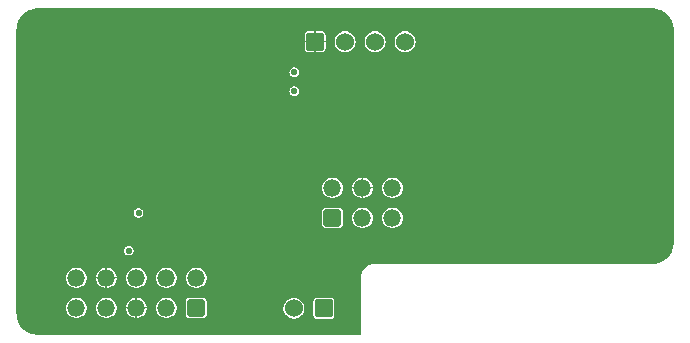
<source format=gbr>
%TF.GenerationSoftware,Altium Limited,Altium Designer,20.1.8 (145)*%
G04 Layer_Physical_Order=2*
G04 Layer_Color=36540*
%FSLAX45Y45*%
%MOMM*%
%TF.SameCoordinates,106D5BB1-83B8-4C97-8579-1C7B844FC3FF*%
%TF.FilePolarity,Positive*%
%TF.FileFunction,Copper,L2,Inr,Signal*%
%TF.Part,Single*%
G01*
G75*
%TA.AperFunction,ComponentPad*%
%ADD29C,1.50000*%
%TA.AperFunction,ViaPad*%
%ADD30C,3.60000*%
%TA.AperFunction,ComponentPad*%
%ADD31C,1.52400*%
G04:AMPARAMS|DCode=32|XSize=1.524mm|YSize=1.524mm|CornerRadius=0.1905mm|HoleSize=0mm|Usage=FLASHONLY|Rotation=0.000|XOffset=0mm|YOffset=0mm|HoleType=Round|Shape=RoundedRectangle|*
%AMROUNDEDRECTD32*
21,1,1.52400,1.14300,0,0,0.0*
21,1,1.14300,1.52400,0,0,0.0*
1,1,0.38100,0.57150,-0.57150*
1,1,0.38100,-0.57150,-0.57150*
1,1,0.38100,-0.57150,0.57150*
1,1,0.38100,0.57150,0.57150*
%
%ADD32ROUNDEDRECTD32*%
G04:AMPARAMS|DCode=33|XSize=1.5mm|YSize=1.45mm|CornerRadius=0.18125mm|HoleSize=0mm|Usage=FLASHONLY|Rotation=180.000|XOffset=0mm|YOffset=0mm|HoleType=Round|Shape=RoundedRectangle|*
%AMROUNDEDRECTD33*
21,1,1.50000,1.08750,0,0,180.0*
21,1,1.13750,1.45000,0,0,180.0*
1,1,0.36250,-0.56875,0.54375*
1,1,0.36250,0.56875,0.54375*
1,1,0.36250,0.56875,-0.54375*
1,1,0.36250,-0.56875,-0.54375*
%
%ADD33ROUNDEDRECTD33*%
%ADD34O,1.50000X1.45000*%
%TA.AperFunction,ViaPad*%
%ADD35C,0.56000*%
G36*
X200000Y2782065D02*
X5400001D01*
Y2782065D01*
X5417460Y2781291D01*
X5431639Y2779424D01*
X5447156Y2775984D01*
X5462315Y2771205D01*
X5476999Y2765122D01*
X5491097Y2757783D01*
X5504502Y2749243D01*
X5517112Y2739567D01*
X5528831Y2728829D01*
X5539569Y2717111D01*
X5549244Y2704501D01*
X5557784Y2691096D01*
X5565123Y2676998D01*
X5571206Y2662313D01*
X5575986Y2647155D01*
X5579426Y2631637D01*
X5581500Y2615879D01*
X5582162Y2600724D01*
X5582067Y2600000D01*
Y800000D01*
X5582162Y799276D01*
X5581500Y784121D01*
X5579426Y768363D01*
X5575986Y752845D01*
X5571206Y737686D01*
X5565123Y723002D01*
X5557784Y708903D01*
X5549244Y695498D01*
X5539568Y682888D01*
X5528830Y671170D01*
X5517112Y660432D01*
X5504502Y650756D01*
X5491097Y642216D01*
X5476998Y634877D01*
X5462314Y628794D01*
X5447155Y624015D01*
X5431638Y620575D01*
X5415879Y618500D01*
X5400725Y617838D01*
X5400000Y617934D01*
X3068580Y617933D01*
X3050800Y617966D01*
X3037592Y617225D01*
X3033595Y616545D01*
X3024550Y615008D01*
X3011838Y611346D01*
X2999617Y606284D01*
X2988038Y599885D01*
X2977250Y592230D01*
X2967386Y583415D01*
X2958571Y573551D01*
X2950916Y562762D01*
X2944517Y551184D01*
X2939454Y538962D01*
X2935792Y526250D01*
X2934255Y517206D01*
X2933575Y513209D01*
X2932834Y500000D01*
X2932867D01*
Y17933D01*
X200000D01*
X199276Y17838D01*
X184121Y18500D01*
X168363Y20574D01*
X152845Y24014D01*
X137686Y28794D01*
X123002Y34876D01*
X108903Y42216D01*
X95498Y50756D01*
X82888Y60432D01*
X71170Y71170D01*
X60432Y82888D01*
X50756Y95498D01*
X42216Y108903D01*
X34876Y123002D01*
X28794Y137686D01*
X24014Y152845D01*
X20574Y168363D01*
X18500Y184121D01*
X17846Y199100D01*
X17934Y199769D01*
X17933Y2600000D01*
X17838Y2600724D01*
X18500Y2615878D01*
X20574Y2631636D01*
X24014Y2647154D01*
X28794Y2662312D01*
X34876Y2676997D01*
X42216Y2691095D01*
X50756Y2704501D01*
X60432Y2717110D01*
X71170Y2728829D01*
X82888Y2739567D01*
X95498Y2749243D01*
X108903Y2757783D01*
X123002Y2765122D01*
X137686Y2771205D01*
X152845Y2775984D01*
X168363Y2779424D01*
X184121Y2781499D01*
X199276Y2782161D01*
X200000Y2782065D01*
D02*
G37*
%LPC*%
G36*
X2603150Y2589053D02*
X2552350D01*
Y2506350D01*
X2635054D01*
Y2557150D01*
X2634441Y2563374D01*
X2632625Y2569359D01*
X2629677Y2574874D01*
X2625709Y2579709D01*
X2620875Y2583677D01*
X2615359Y2586625D01*
X2609374Y2588441D01*
X2603150Y2589053D01*
D02*
G37*
G36*
X2539650D02*
X2488850D01*
X2482626Y2588441D01*
X2476641Y2586625D01*
X2471125Y2583677D01*
X2466291Y2579709D01*
X2462323Y2574874D01*
X2459375Y2569359D01*
X2457559Y2563374D01*
X2456946Y2557150D01*
Y2506350D01*
X2539650D01*
Y2589053D01*
D02*
G37*
G36*
X2635054Y2493650D02*
X2552350D01*
Y2410946D01*
X2603150D01*
X2609374Y2411559D01*
X2615359Y2413375D01*
X2620875Y2416323D01*
X2625709Y2420291D01*
X2629677Y2425125D01*
X2632625Y2430641D01*
X2634441Y2436626D01*
X2635054Y2442850D01*
Y2493650D01*
D02*
G37*
G36*
X2539650D02*
X2456946D01*
Y2442850D01*
X2457559Y2436626D01*
X2459375Y2430641D01*
X2462323Y2425125D01*
X2466291Y2420291D01*
X2471125Y2416323D01*
X2476641Y2413375D01*
X2482626Y2411559D01*
X2488850Y2410946D01*
X2539650D01*
Y2493650D01*
D02*
G37*
G36*
X3308000Y2589091D02*
X3296371Y2588328D01*
X3284942Y2586055D01*
X3273906Y2582309D01*
X3263454Y2577155D01*
X3253765Y2570680D01*
X3245003Y2562996D01*
X3237320Y2554235D01*
X3230845Y2544545D01*
X3225691Y2534093D01*
X3221945Y2523058D01*
X3219671Y2511628D01*
X3218909Y2500000D01*
X3219671Y2488371D01*
X3221945Y2476941D01*
X3225691Y2465906D01*
X3230845Y2455455D01*
X3237320Y2445765D01*
X3245003Y2437003D01*
X3253765Y2429319D01*
X3263454Y2422845D01*
X3273906Y2417691D01*
X3284942Y2413945D01*
X3296371Y2411671D01*
X3308000Y2410909D01*
X3319629Y2411671D01*
X3331058Y2413945D01*
X3342094Y2417691D01*
X3352545Y2422845D01*
X3362235Y2429319D01*
X3370997Y2437003D01*
X3378680Y2445765D01*
X3385155Y2455455D01*
X3390309Y2465906D01*
X3394055Y2476941D01*
X3396328Y2488371D01*
X3397091Y2500000D01*
X3396328Y2511628D01*
X3394055Y2523058D01*
X3390309Y2534093D01*
X3385155Y2544545D01*
X3378680Y2554235D01*
X3370997Y2562996D01*
X3362235Y2570680D01*
X3352545Y2577155D01*
X3342094Y2582309D01*
X3331058Y2586055D01*
X3319629Y2588328D01*
X3308000Y2589091D01*
D02*
G37*
G36*
X3054000D02*
X3042371Y2588328D01*
X3030942Y2586055D01*
X3019906Y2582309D01*
X3009454Y2577155D01*
X2999765Y2570680D01*
X2991003Y2562996D01*
X2983320Y2554235D01*
X2976845Y2544545D01*
X2971691Y2534093D01*
X2967945Y2523058D01*
X2965671Y2511628D01*
X2964909Y2500000D01*
X2965671Y2488371D01*
X2967945Y2476941D01*
X2971691Y2465906D01*
X2976845Y2455455D01*
X2983320Y2445765D01*
X2991003Y2437003D01*
X2999765Y2429319D01*
X3009454Y2422845D01*
X3019906Y2417691D01*
X3030942Y2413945D01*
X3042371Y2411671D01*
X3054000Y2410909D01*
X3065629Y2411671D01*
X3077058Y2413945D01*
X3088094Y2417691D01*
X3098545Y2422845D01*
X3108235Y2429319D01*
X3116997Y2437003D01*
X3124680Y2445765D01*
X3131155Y2455455D01*
X3136309Y2465906D01*
X3140055Y2476941D01*
X3142328Y2488371D01*
X3143091Y2500000D01*
X3142328Y2511628D01*
X3140055Y2523058D01*
X3136309Y2534093D01*
X3131155Y2544545D01*
X3124680Y2554235D01*
X3116997Y2562996D01*
X3108235Y2570680D01*
X3098545Y2577155D01*
X3088094Y2582309D01*
X3077058Y2586055D01*
X3065629Y2588328D01*
X3054000Y2589091D01*
D02*
G37*
G36*
X2800000D02*
X2788371Y2588328D01*
X2776942Y2586055D01*
X2765906Y2582309D01*
X2755454Y2577155D01*
X2745765Y2570680D01*
X2737003Y2562996D01*
X2729320Y2554235D01*
X2722845Y2544545D01*
X2717691Y2534093D01*
X2713945Y2523058D01*
X2711671Y2511628D01*
X2710909Y2500000D01*
X2711671Y2488371D01*
X2713945Y2476941D01*
X2717691Y2465906D01*
X2722845Y2455455D01*
X2729320Y2445765D01*
X2737003Y2437003D01*
X2745765Y2429319D01*
X2755454Y2422845D01*
X2765906Y2417691D01*
X2776942Y2413945D01*
X2788371Y2411671D01*
X2800000Y2410909D01*
X2811629Y2411671D01*
X2823058Y2413945D01*
X2834094Y2417691D01*
X2844545Y2422845D01*
X2854235Y2429319D01*
X2862997Y2437003D01*
X2870680Y2445765D01*
X2877155Y2455455D01*
X2882309Y2465906D01*
X2886055Y2476941D01*
X2888328Y2488371D01*
X2889091Y2500000D01*
X2888328Y2511628D01*
X2886055Y2523058D01*
X2882309Y2534093D01*
X2877155Y2544545D01*
X2870680Y2554235D01*
X2862997Y2562996D01*
X2854235Y2570680D01*
X2844545Y2577155D01*
X2834094Y2582309D01*
X2823058Y2586055D01*
X2811629Y2588328D01*
X2800000Y2589091D01*
D02*
G37*
G36*
X2370215Y2282095D02*
X2362237Y2281309D01*
X2354565Y2278982D01*
X2347494Y2275202D01*
X2341297Y2270116D01*
X2336211Y2263919D01*
X2332432Y2256848D01*
X2330105Y2249177D01*
X2329319Y2241198D01*
X2330105Y2233219D01*
X2332432Y2225547D01*
X2336211Y2218477D01*
X2341297Y2212280D01*
X2347494Y2207193D01*
X2354565Y2203414D01*
X2362237Y2201087D01*
X2370215Y2200301D01*
X2378194Y2201087D01*
X2385866Y2203414D01*
X2392937Y2207193D01*
X2399134Y2212280D01*
X2404220Y2218477D01*
X2407999Y2225547D01*
X2410326Y2233219D01*
X2411112Y2241198D01*
X2410326Y2249177D01*
X2407999Y2256848D01*
X2404220Y2263919D01*
X2399134Y2270116D01*
X2392937Y2275202D01*
X2385866Y2278982D01*
X2378194Y2281309D01*
X2370215Y2282095D01*
D02*
G37*
G36*
X2370216Y2122097D02*
X2362237Y2121311D01*
X2354565Y2118984D01*
X2347495Y2115204D01*
X2341297Y2110118D01*
X2336211Y2103921D01*
X2332432Y2096850D01*
X2330105Y2089178D01*
X2329319Y2081200D01*
X2330105Y2073221D01*
X2332432Y2065549D01*
X2336211Y2058479D01*
X2341297Y2052281D01*
X2347495Y2047195D01*
X2354565Y2043416D01*
X2362237Y2041089D01*
X2370216Y2040303D01*
X2378194Y2041089D01*
X2385866Y2043416D01*
X2392937Y2047195D01*
X2399134Y2052281D01*
X2404220Y2058479D01*
X2408000Y2065549D01*
X2410327Y2073221D01*
X2411113Y2081200D01*
X2410327Y2089178D01*
X2408000Y2096850D01*
X2404220Y2103921D01*
X2399134Y2110118D01*
X2392937Y2115204D01*
X2385866Y2118984D01*
X2378194Y2121311D01*
X2370216Y2122097D01*
D02*
G37*
G36*
X2954149Y1349048D02*
Y1270267D01*
X3035265D01*
X3034951Y1275062D01*
X3032772Y1286016D01*
X3029182Y1296592D01*
X3024242Y1306609D01*
X3018037Y1315895D01*
X3010673Y1324292D01*
X3002276Y1331656D01*
X2992990Y1337861D01*
X2982973Y1342801D01*
X2972397Y1346391D01*
X2961443Y1348570D01*
X2954149Y1349048D01*
D02*
G37*
G36*
X2941449D02*
X2934154Y1348570D01*
X2923200Y1346391D01*
X2912624Y1342801D01*
X2902607Y1337861D01*
X2893321Y1331656D01*
X2884924Y1324292D01*
X2877560Y1315895D01*
X2871355Y1306609D01*
X2866415Y1296592D01*
X2862825Y1286016D01*
X2860647Y1275062D01*
X2860332Y1270267D01*
X2941449D01*
Y1349048D01*
D02*
G37*
G36*
X3035265Y1257567D02*
X2954149D01*
Y1178787D01*
X2961443Y1179265D01*
X2972397Y1181444D01*
X2982973Y1185034D01*
X2992990Y1189973D01*
X3002276Y1196178D01*
X3010673Y1203542D01*
X3018037Y1211939D01*
X3024242Y1221226D01*
X3029182Y1231243D01*
X3032772Y1241818D01*
X3034951Y1252772D01*
X3035265Y1257567D01*
D02*
G37*
G36*
X2941449D02*
X2860332D01*
X2860647Y1252772D01*
X2862825Y1241818D01*
X2866415Y1231243D01*
X2871355Y1221226D01*
X2877560Y1211939D01*
X2884924Y1203542D01*
X2893321Y1196178D01*
X2902607Y1189973D01*
X2912624Y1185034D01*
X2923200Y1181444D01*
X2934154Y1179265D01*
X2941449Y1178787D01*
Y1257567D01*
D02*
G37*
G36*
X3204299Y1349300D02*
X3199299D01*
X3188154Y1348570D01*
X3177200Y1346391D01*
X3166624Y1342801D01*
X3156607Y1337861D01*
X3147321Y1331656D01*
X3138924Y1324292D01*
X3131560Y1315895D01*
X3125355Y1306609D01*
X3120415Y1296592D01*
X3116825Y1286016D01*
X3114647Y1275062D01*
X3113916Y1263917D01*
X3114647Y1252773D01*
X3116825Y1241819D01*
X3120415Y1231243D01*
X3125355Y1221226D01*
X3131560Y1211940D01*
X3138924Y1203543D01*
X3147321Y1196179D01*
X3156607Y1189974D01*
X3166624Y1185034D01*
X3177200Y1181444D01*
X3188154Y1179265D01*
X3199299Y1178535D01*
X3204299D01*
X3215443Y1179265D01*
X3226397Y1181444D01*
X3236973Y1185034D01*
X3246990Y1189974D01*
X3256276Y1196179D01*
X3264673Y1203543D01*
X3272037Y1211940D01*
X3278242Y1221226D01*
X3283182Y1231243D01*
X3286772Y1241819D01*
X3288951Y1252773D01*
X3289682Y1263917D01*
X3288951Y1275062D01*
X3286772Y1286016D01*
X3283182Y1296592D01*
X3278242Y1306609D01*
X3272037Y1315895D01*
X3264673Y1324292D01*
X3256276Y1331656D01*
X3246990Y1337861D01*
X3236973Y1342801D01*
X3226397Y1346391D01*
X3215443Y1348570D01*
X3204299Y1349300D01*
D02*
G37*
G36*
X2696299D02*
X2691299D01*
X2680154Y1348570D01*
X2669200Y1346391D01*
X2658624Y1342801D01*
X2648607Y1337861D01*
X2639321Y1331656D01*
X2630924Y1324292D01*
X2623560Y1315895D01*
X2617355Y1306609D01*
X2612415Y1296592D01*
X2608825Y1286016D01*
X2606647Y1275062D01*
X2605916Y1263917D01*
X2606647Y1252773D01*
X2608825Y1241819D01*
X2612415Y1231243D01*
X2617355Y1221226D01*
X2623560Y1211940D01*
X2630924Y1203543D01*
X2639321Y1196179D01*
X2648607Y1189974D01*
X2658624Y1185034D01*
X2669200Y1181444D01*
X2680154Y1179265D01*
X2691299Y1178535D01*
X2696299D01*
X2707443Y1179265D01*
X2718397Y1181444D01*
X2728973Y1185034D01*
X2738990Y1189974D01*
X2748276Y1196179D01*
X2756673Y1203543D01*
X2764037Y1211940D01*
X2770242Y1221226D01*
X2775182Y1231243D01*
X2778772Y1241819D01*
X2780951Y1252773D01*
X2781682Y1263917D01*
X2780951Y1275062D01*
X2778772Y1286016D01*
X2775182Y1296592D01*
X2770242Y1306609D01*
X2764037Y1315895D01*
X2756673Y1324292D01*
X2748276Y1331656D01*
X2738990Y1337861D01*
X2728973Y1342801D01*
X2718397Y1346391D01*
X2707443Y1348570D01*
X2696299Y1349300D01*
D02*
G37*
G36*
X1051300Y1090803D02*
X1043321Y1090017D01*
X1035649Y1087690D01*
X1028579Y1083910D01*
X1022381Y1078824D01*
X1017295Y1072627D01*
X1013516Y1065556D01*
X1011189Y1057885D01*
X1010403Y1049906D01*
X1011189Y1041927D01*
X1013516Y1034255D01*
X1017295Y1027185D01*
X1022381Y1020988D01*
X1028579Y1015901D01*
X1035649Y1012122D01*
X1043321Y1009795D01*
X1051300Y1009009D01*
X1059279Y1009795D01*
X1066950Y1012122D01*
X1074021Y1015901D01*
X1080218Y1020988D01*
X1085304Y1027185D01*
X1089084Y1034255D01*
X1091411Y1041927D01*
X1092197Y1049906D01*
X1091411Y1057885D01*
X1089084Y1065556D01*
X1085304Y1072627D01*
X1080218Y1078824D01*
X1074021Y1083910D01*
X1066950Y1087690D01*
X1059279Y1090017D01*
X1051300Y1090803D01*
D02*
G37*
G36*
X2750674Y1095267D02*
X2636924D01*
X2630881Y1094671D01*
X2625071Y1092909D01*
X2619716Y1090047D01*
X2615022Y1086194D01*
X2611170Y1081501D01*
X2608308Y1076146D01*
X2606545Y1070335D01*
X2605950Y1064293D01*
Y955542D01*
X2606545Y949500D01*
X2608308Y943689D01*
X2611170Y938334D01*
X2615022Y933641D01*
X2619716Y929788D01*
X2625071Y926926D01*
X2630881Y925164D01*
X2636924Y924568D01*
X2750674D01*
X2756716Y925164D01*
X2762527Y926926D01*
X2767882Y929788D01*
X2772576Y933641D01*
X2776428Y938334D01*
X2779290Y943689D01*
X2781053Y949500D01*
X2781648Y955542D01*
Y1064293D01*
X2781053Y1070335D01*
X2779290Y1076146D01*
X2776428Y1081501D01*
X2772576Y1086194D01*
X2767882Y1090047D01*
X2762527Y1092909D01*
X2756716Y1094671D01*
X2750674Y1095267D01*
D02*
G37*
G36*
X2950299Y1095301D02*
X2945299D01*
X2934154Y1094570D01*
X2923200Y1092391D01*
X2912624Y1088801D01*
X2902607Y1083861D01*
X2893321Y1077656D01*
X2884924Y1070293D01*
X2877560Y1061896D01*
X2871355Y1052609D01*
X2866415Y1042592D01*
X2862825Y1032016D01*
X2860647Y1021062D01*
X2859916Y1009918D01*
X2860647Y998773D01*
X2862825Y987819D01*
X2866415Y977243D01*
X2871355Y967226D01*
X2877560Y957940D01*
X2884924Y949543D01*
X2893321Y942179D01*
X2902607Y935974D01*
X2912624Y931034D01*
X2923200Y927444D01*
X2934154Y925265D01*
X2945299Y924535D01*
X2950299D01*
X2961443Y925265D01*
X2972397Y927444D01*
X2982973Y931034D01*
X2992990Y935974D01*
X3002276Y942179D01*
X3010673Y949543D01*
X3018037Y957940D01*
X3024242Y967226D01*
X3029182Y977243D01*
X3032772Y987819D01*
X3034951Y998773D01*
X3035682Y1009918D01*
X3034951Y1021062D01*
X3032772Y1032016D01*
X3029182Y1042592D01*
X3024242Y1052609D01*
X3018037Y1061896D01*
X3010673Y1070293D01*
X3002276Y1077656D01*
X2992990Y1083861D01*
X2982973Y1088801D01*
X2972397Y1092391D01*
X2961443Y1094570D01*
X2950299Y1095301D01*
D02*
G37*
G36*
X3204299Y1095300D02*
X3199299D01*
X3188154Y1094570D01*
X3177200Y1092391D01*
X3166624Y1088801D01*
X3156607Y1083861D01*
X3147321Y1077656D01*
X3138924Y1070292D01*
X3131560Y1061895D01*
X3125355Y1052609D01*
X3120415Y1042592D01*
X3116825Y1032016D01*
X3114647Y1021062D01*
X3113916Y1009917D01*
X3114647Y998773D01*
X3116825Y987819D01*
X3120415Y977243D01*
X3125355Y967226D01*
X3131560Y957940D01*
X3138924Y949543D01*
X3147321Y942179D01*
X3156607Y935974D01*
X3166624Y931034D01*
X3177200Y927444D01*
X3188154Y925265D01*
X3199299Y924535D01*
X3204299D01*
X3215443Y925265D01*
X3226397Y927444D01*
X3236973Y931034D01*
X3246990Y935974D01*
X3256276Y942179D01*
X3264673Y949543D01*
X3272037Y957940D01*
X3278242Y967226D01*
X3283182Y977243D01*
X3286772Y987819D01*
X3288951Y998773D01*
X3289682Y1009917D01*
X3288951Y1021062D01*
X3286772Y1032016D01*
X3283182Y1042592D01*
X3278242Y1052609D01*
X3272037Y1061895D01*
X3264673Y1070292D01*
X3256276Y1077656D01*
X3246990Y1083861D01*
X3236973Y1088801D01*
X3226397Y1092391D01*
X3215443Y1094570D01*
X3204299Y1095300D01*
D02*
G37*
G36*
X969603Y771751D02*
X961624Y770965D01*
X953952Y768638D01*
X946882Y764859D01*
X940684Y759773D01*
X935598Y753576D01*
X931819Y746505D01*
X929492Y738833D01*
X928706Y730855D01*
X929492Y722876D01*
X931819Y715204D01*
X935598Y708133D01*
X940684Y701936D01*
X946882Y696850D01*
X953952Y693071D01*
X961624Y690744D01*
X969603Y689958D01*
X977581Y690744D01*
X985253Y693071D01*
X992324Y696850D01*
X998521Y701936D01*
X1003607Y708133D01*
X1007386Y715204D01*
X1009713Y722876D01*
X1010499Y730855D01*
X1009713Y738833D01*
X1007386Y746505D01*
X1003607Y753576D01*
X998521Y759773D01*
X992324Y764859D01*
X985253Y768638D01*
X977581Y770965D01*
X969603Y771751D01*
D02*
G37*
G36*
X784354Y586590D02*
Y507810D01*
X865471D01*
X865157Y512605D01*
X862978Y523559D01*
X859388Y534135D01*
X854448Y544151D01*
X848243Y553438D01*
X840879Y561835D01*
X832482Y569199D01*
X823196Y575404D01*
X813179Y580344D01*
X802603Y583934D01*
X791649Y586112D01*
X784354Y586590D01*
D02*
G37*
G36*
X771654D02*
X764360Y586112D01*
X753406Y583934D01*
X742830Y580344D01*
X732813Y575404D01*
X723527Y569199D01*
X715130Y561835D01*
X707766Y553438D01*
X701561Y544151D01*
X696621Y534135D01*
X693031Y523559D01*
X690852Y512605D01*
X690538Y507810D01*
X771654D01*
Y586590D01*
D02*
G37*
G36*
X865471Y495110D02*
X784354D01*
Y416330D01*
X791649Y416808D01*
X802603Y418986D01*
X813179Y422576D01*
X823196Y427516D01*
X832482Y433721D01*
X840879Y441085D01*
X848243Y449482D01*
X854448Y458769D01*
X859388Y468785D01*
X862978Y479361D01*
X865157Y490315D01*
X865471Y495110D01*
D02*
G37*
G36*
X771654D02*
X690538D01*
X690852Y490315D01*
X693031Y479361D01*
X696621Y468785D01*
X701561Y458769D01*
X707766Y449482D01*
X715130Y441085D01*
X723527Y433721D01*
X732813Y427516D01*
X742830Y422576D01*
X753406Y418986D01*
X764360Y416808D01*
X771654Y416330D01*
Y495110D01*
D02*
G37*
G36*
X1542504Y586843D02*
X1537504D01*
X1526360Y586112D01*
X1515406Y583934D01*
X1504830Y580344D01*
X1494813Y575404D01*
X1485527Y569199D01*
X1477130Y561835D01*
X1469766Y553438D01*
X1463561Y544151D01*
X1458621Y534135D01*
X1455031Y523559D01*
X1452852Y512605D01*
X1452122Y501460D01*
X1452852Y490315D01*
X1455031Y479361D01*
X1458621Y468785D01*
X1463561Y458769D01*
X1469766Y449482D01*
X1477130Y441085D01*
X1485527Y433721D01*
X1494813Y427516D01*
X1504830Y422576D01*
X1515406Y418986D01*
X1526360Y416808D01*
X1537504Y416077D01*
X1542504D01*
X1553649Y416808D01*
X1564603Y418986D01*
X1575179Y422576D01*
X1585196Y427516D01*
X1594482Y433721D01*
X1602879Y441085D01*
X1610243Y449482D01*
X1616448Y458769D01*
X1621388Y468785D01*
X1624978Y479361D01*
X1627157Y490315D01*
X1627887Y501460D01*
X1627157Y512605D01*
X1624978Y523559D01*
X1621388Y534135D01*
X1616448Y544151D01*
X1610243Y553438D01*
X1602879Y561835D01*
X1594482Y569199D01*
X1585196Y575404D01*
X1575179Y580344D01*
X1564603Y583934D01*
X1553649Y586112D01*
X1542504Y586843D01*
D02*
G37*
G36*
X1288504D02*
X1283504D01*
X1272360Y586112D01*
X1261406Y583934D01*
X1250830Y580344D01*
X1240813Y575404D01*
X1231527Y569199D01*
X1223130Y561835D01*
X1215766Y553438D01*
X1209561Y544151D01*
X1204621Y534135D01*
X1201031Y523559D01*
X1198852Y512605D01*
X1198122Y501460D01*
X1198852Y490315D01*
X1201031Y479361D01*
X1204621Y468785D01*
X1209561Y458769D01*
X1215766Y449482D01*
X1223130Y441085D01*
X1231527Y433721D01*
X1240813Y427516D01*
X1250830Y422576D01*
X1261406Y418986D01*
X1272360Y416808D01*
X1283504Y416077D01*
X1288504D01*
X1299649Y416808D01*
X1310603Y418986D01*
X1321179Y422576D01*
X1331196Y427516D01*
X1340482Y433721D01*
X1348879Y441085D01*
X1356243Y449482D01*
X1362448Y458769D01*
X1367388Y468785D01*
X1370978Y479361D01*
X1373157Y490315D01*
X1373887Y501460D01*
X1373157Y512605D01*
X1370978Y523559D01*
X1367388Y534135D01*
X1362448Y544151D01*
X1356243Y553438D01*
X1348879Y561835D01*
X1340482Y569199D01*
X1331196Y575404D01*
X1321179Y580344D01*
X1310603Y583934D01*
X1299649Y586112D01*
X1288504Y586843D01*
D02*
G37*
G36*
X1034504D02*
X1029504D01*
X1018360Y586112D01*
X1007406Y583934D01*
X996830Y580344D01*
X986813Y575404D01*
X977527Y569199D01*
X969130Y561835D01*
X961766Y553438D01*
X955561Y544151D01*
X950621Y534135D01*
X947031Y523559D01*
X944852Y512605D01*
X944122Y501460D01*
X944852Y490315D01*
X947031Y479361D01*
X950621Y468785D01*
X955561Y458769D01*
X961766Y449482D01*
X969130Y441085D01*
X977527Y433721D01*
X986813Y427516D01*
X996830Y422576D01*
X1007406Y418986D01*
X1018360Y416808D01*
X1029504Y416077D01*
X1034504D01*
X1045649Y416808D01*
X1056603Y418986D01*
X1067179Y422576D01*
X1077196Y427516D01*
X1086482Y433721D01*
X1094879Y441085D01*
X1102243Y449482D01*
X1108448Y458769D01*
X1113388Y468785D01*
X1116978Y479361D01*
X1119157Y490315D01*
X1119887Y501460D01*
X1119157Y512605D01*
X1116978Y523559D01*
X1113388Y534135D01*
X1108448Y544151D01*
X1102243Y553438D01*
X1094879Y561835D01*
X1086482Y569199D01*
X1077196Y575404D01*
X1067179Y580344D01*
X1056603Y583934D01*
X1045649Y586112D01*
X1034504Y586843D01*
D02*
G37*
G36*
X526504D02*
X521504D01*
X510360Y586112D01*
X499406Y583934D01*
X488830Y580344D01*
X478813Y575404D01*
X469527Y569199D01*
X461130Y561835D01*
X453766Y553438D01*
X447561Y544151D01*
X442621Y534135D01*
X439031Y523559D01*
X436852Y512605D01*
X436122Y501460D01*
X436852Y490315D01*
X439031Y479361D01*
X442621Y468785D01*
X447561Y458769D01*
X453766Y449482D01*
X461130Y441085D01*
X469527Y433721D01*
X478813Y427516D01*
X488830Y422576D01*
X499406Y418986D01*
X510360Y416808D01*
X521504Y416077D01*
X526504D01*
X537649Y416808D01*
X548603Y418986D01*
X559179Y422576D01*
X569196Y427516D01*
X578482Y433721D01*
X586879Y441085D01*
X594243Y449482D01*
X600448Y458769D01*
X605388Y468785D01*
X608978Y479361D01*
X611157Y490315D01*
X611887Y501460D01*
X611157Y512605D01*
X608978Y523559D01*
X605388Y534135D01*
X600448Y544151D01*
X594243Y553438D01*
X586879Y561835D01*
X578482Y569199D01*
X569196Y575404D01*
X559179Y580344D01*
X548603Y583934D01*
X537649Y586112D01*
X526504Y586843D01*
D02*
G37*
G36*
X1038354Y332590D02*
Y253810D01*
X1119471D01*
X1119157Y258605D01*
X1116978Y269559D01*
X1113388Y280135D01*
X1108448Y290151D01*
X1102243Y299438D01*
X1094879Y307835D01*
X1086482Y315199D01*
X1077196Y321404D01*
X1067179Y326344D01*
X1056603Y329934D01*
X1045649Y332112D01*
X1038354Y332590D01*
D02*
G37*
G36*
X1025654D02*
X1018360Y332112D01*
X1007406Y329934D01*
X996830Y326344D01*
X986813Y321404D01*
X977527Y315199D01*
X969130Y307835D01*
X961766Y299438D01*
X955561Y290151D01*
X950621Y280135D01*
X947031Y269559D01*
X944852Y258605D01*
X944538Y253810D01*
X1025654D01*
Y332590D01*
D02*
G37*
G36*
X1119471Y241110D02*
X1038354D01*
Y162330D01*
X1045649Y162808D01*
X1056603Y164986D01*
X1067179Y168576D01*
X1077196Y173516D01*
X1086482Y179721D01*
X1094879Y187085D01*
X1102243Y195482D01*
X1108448Y204769D01*
X1113388Y214785D01*
X1116978Y225361D01*
X1119157Y236315D01*
X1119471Y241110D01*
D02*
G37*
G36*
X1025654D02*
X944538D01*
X944852Y236315D01*
X947031Y225361D01*
X950621Y214785D01*
X955561Y204769D01*
X961766Y195482D01*
X969130Y187085D01*
X977527Y179721D01*
X986813Y173516D01*
X996830Y168576D01*
X1007406Y164986D01*
X1018360Y162808D01*
X1025654Y162330D01*
Y241110D01*
D02*
G37*
G36*
X1596879Y332809D02*
X1483129D01*
X1477087Y332214D01*
X1471276Y330451D01*
X1465921Y327589D01*
X1461227Y323737D01*
X1457375Y319043D01*
X1454513Y313688D01*
X1452750Y307878D01*
X1452155Y301835D01*
Y193085D01*
X1452750Y187042D01*
X1454513Y181232D01*
X1457375Y175877D01*
X1461227Y171183D01*
X1465921Y167331D01*
X1471276Y164469D01*
X1477087Y162706D01*
X1483129Y162111D01*
X1596879D01*
X1602922Y162706D01*
X1608732Y164469D01*
X1614087Y167331D01*
X1618781Y171183D01*
X1622633Y175877D01*
X1625495Y181232D01*
X1627258Y187042D01*
X1627853Y193085D01*
Y301835D01*
X1627258Y307878D01*
X1625495Y313688D01*
X1622633Y319043D01*
X1618781Y323737D01*
X1614087Y327589D01*
X1608732Y330451D01*
X1602922Y332214D01*
X1596879Y332809D01*
D02*
G37*
G36*
X1288504Y332843D02*
X1283504D01*
X1272360Y332112D01*
X1261406Y329934D01*
X1250830Y326344D01*
X1240813Y321404D01*
X1231527Y315199D01*
X1223130Y307835D01*
X1215766Y299438D01*
X1209561Y290151D01*
X1204621Y280135D01*
X1201031Y269559D01*
X1198852Y258605D01*
X1198122Y247460D01*
X1198852Y236315D01*
X1201031Y225361D01*
X1204621Y214785D01*
X1209561Y204769D01*
X1215766Y195482D01*
X1223130Y187085D01*
X1231527Y179721D01*
X1240813Y173516D01*
X1250830Y168576D01*
X1261406Y164986D01*
X1272360Y162808D01*
X1283504Y162077D01*
X1288504D01*
X1299649Y162808D01*
X1310603Y164986D01*
X1321179Y168576D01*
X1331196Y173516D01*
X1340482Y179721D01*
X1348879Y187085D01*
X1356243Y195482D01*
X1362448Y204769D01*
X1367388Y214785D01*
X1370978Y225361D01*
X1373157Y236315D01*
X1373887Y247460D01*
X1373157Y258605D01*
X1370978Y269559D01*
X1367388Y280135D01*
X1362448Y290151D01*
X1356243Y299438D01*
X1348879Y307835D01*
X1340482Y315199D01*
X1331196Y321404D01*
X1321179Y326344D01*
X1310603Y329934D01*
X1299649Y332112D01*
X1288504Y332843D01*
D02*
G37*
G36*
X780504D02*
X775504D01*
X764360Y332112D01*
X753406Y329934D01*
X742830Y326344D01*
X732813Y321404D01*
X723527Y315199D01*
X715130Y307835D01*
X707766Y299438D01*
X701561Y290151D01*
X696621Y280135D01*
X693031Y269559D01*
X690852Y258605D01*
X690122Y247460D01*
X690852Y236315D01*
X693031Y225361D01*
X696621Y214785D01*
X701561Y204769D01*
X707766Y195482D01*
X715130Y187085D01*
X723527Y179721D01*
X732813Y173516D01*
X742830Y168576D01*
X753406Y164986D01*
X764360Y162808D01*
X775504Y162077D01*
X780504D01*
X791649Y162808D01*
X802603Y164986D01*
X813179Y168576D01*
X823196Y173516D01*
X832482Y179721D01*
X840879Y187085D01*
X848243Y195482D01*
X854448Y204769D01*
X859388Y214785D01*
X862978Y225361D01*
X865157Y236315D01*
X865887Y247460D01*
X865157Y258605D01*
X862978Y269559D01*
X859388Y280135D01*
X854448Y290151D01*
X848243Y299438D01*
X840879Y307835D01*
X832482Y315199D01*
X823196Y321404D01*
X813179Y326344D01*
X802603Y329934D01*
X791649Y332112D01*
X780504Y332843D01*
D02*
G37*
G36*
X526504D02*
X521504D01*
X510360Y332112D01*
X499406Y329934D01*
X488830Y326344D01*
X478813Y321404D01*
X469527Y315199D01*
X461130Y307835D01*
X453766Y299438D01*
X447561Y290151D01*
X442621Y280135D01*
X439031Y269559D01*
X436852Y258605D01*
X436122Y247460D01*
X436852Y236315D01*
X439031Y225361D01*
X442621Y214785D01*
X447561Y204769D01*
X453766Y195482D01*
X461130Y187085D01*
X469527Y179721D01*
X478813Y173516D01*
X488830Y168576D01*
X499406Y164986D01*
X510360Y162808D01*
X521504Y162077D01*
X526504D01*
X537649Y162808D01*
X548603Y164986D01*
X559179Y168576D01*
X569196Y173516D01*
X578482Y179721D01*
X586879Y187085D01*
X594243Y195482D01*
X600448Y204769D01*
X605388Y214785D01*
X608978Y225361D01*
X611157Y236315D01*
X611887Y247460D01*
X611157Y258605D01*
X608978Y269559D01*
X605388Y280135D01*
X600448Y290151D01*
X594243Y299438D01*
X586879Y307835D01*
X578482Y315199D01*
X569196Y321404D01*
X559179Y326344D01*
X548603Y329934D01*
X537649Y332112D01*
X526504Y332843D01*
D02*
G37*
G36*
X2678430Y331624D02*
X2564130D01*
X2557906Y331011D01*
X2551921Y329195D01*
X2546406Y326247D01*
X2541571Y322279D01*
X2537603Y317445D01*
X2534655Y311929D01*
X2532839Y305944D01*
X2532227Y299720D01*
Y185420D01*
X2532839Y179196D01*
X2534655Y173211D01*
X2537603Y167695D01*
X2541571Y162861D01*
X2546406Y158893D01*
X2551921Y155945D01*
X2557906Y154129D01*
X2564130Y153516D01*
X2678430D01*
X2684654Y154129D01*
X2690639Y155945D01*
X2696155Y158893D01*
X2700990Y162861D01*
X2704957Y167695D01*
X2707905Y173211D01*
X2709721Y179196D01*
X2710334Y185420D01*
Y299720D01*
X2709721Y305944D01*
X2707905Y311929D01*
X2704957Y317445D01*
X2700990Y322279D01*
X2696155Y326247D01*
X2690639Y329195D01*
X2684654Y331011D01*
X2678430Y331624D01*
D02*
G37*
G36*
X2367280Y331661D02*
X2355652Y330898D01*
X2344222Y328625D01*
X2333187Y324879D01*
X2322735Y319725D01*
X2313045Y313250D01*
X2304284Y305567D01*
X2296600Y296805D01*
X2290125Y287116D01*
X2284971Y276664D01*
X2281225Y265628D01*
X2278952Y254199D01*
X2278189Y242570D01*
X2278952Y230941D01*
X2281225Y219512D01*
X2284971Y208476D01*
X2290125Y198024D01*
X2296600Y188335D01*
X2304284Y179573D01*
X2313045Y171890D01*
X2322735Y165415D01*
X2333187Y160261D01*
X2344222Y156515D01*
X2355652Y154241D01*
X2367280Y153479D01*
X2378909Y154241D01*
X2390339Y156515D01*
X2401374Y160261D01*
X2411826Y165415D01*
X2421515Y171890D01*
X2430277Y179573D01*
X2437961Y188335D01*
X2444435Y198024D01*
X2449589Y208476D01*
X2453335Y219512D01*
X2455609Y230941D01*
X2456371Y242570D01*
X2455609Y254199D01*
X2453335Y265628D01*
X2449589Y276664D01*
X2444435Y287116D01*
X2437961Y296805D01*
X2430277Y305567D01*
X2421515Y313250D01*
X2411826Y319725D01*
X2401374Y324879D01*
X2390339Y328625D01*
X2378909Y330898D01*
X2367280Y331661D01*
D02*
G37*
%LPD*%
D29*
X5080000Y2667000D02*
D03*
X127000Y2286000D02*
D03*
X5461000Y2032000D02*
D03*
Y1778000D02*
D03*
X2032000Y2667000D02*
D03*
X1778000D02*
D03*
X127000Y2032000D02*
D03*
D30*
X2800000Y1700000D02*
D03*
X200000Y800000D02*
D03*
Y2600000D02*
D03*
X5400000D02*
D03*
Y800000D02*
D03*
D31*
X3308000Y2500000D02*
D03*
X3054000D02*
D03*
X2800000D02*
D03*
X2367280Y242570D02*
D03*
D32*
X2546000Y2500000D02*
D03*
X2621280Y242570D02*
D03*
D33*
X1540004Y247460D02*
D03*
X2693799Y1009917D02*
D03*
D34*
X1286004Y247460D02*
D03*
X1032004D02*
D03*
X778004D02*
D03*
X524004D02*
D03*
Y501460D02*
D03*
X778004D02*
D03*
X1032004D02*
D03*
X1286004D02*
D03*
X1540004D02*
D03*
X2947799Y1009918D02*
D03*
X3201799Y1009917D02*
D03*
Y1263917D02*
D03*
X2947799Y1263917D02*
D03*
X2693799Y1263917D02*
D03*
D35*
X1051300Y1049906D02*
D03*
X2889678Y747500D02*
D03*
X924830Y644925D02*
D03*
X1723691Y1392101D02*
D03*
X2081532Y821903D02*
D03*
X2172953Y914060D02*
D03*
X2058670Y969791D02*
D03*
X1748700Y1146684D02*
D03*
X1807300Y1221161D02*
D03*
X531058Y1478538D02*
D03*
X668582Y1344215D02*
D03*
X621493Y1516232D02*
D03*
X4858366Y2629055D02*
D03*
X4892877Y2412200D02*
D03*
X4985034Y2371330D02*
D03*
X2384748Y2321855D02*
D03*
X2370216Y2081200D02*
D03*
X2088741Y2260786D02*
D03*
X2232666D02*
D03*
X2807073Y2265432D02*
D03*
X3277633Y2612887D02*
D03*
X3182678Y2382569D02*
D03*
X2980070Y2359531D02*
D03*
X2209996Y2360655D02*
D03*
X2431484Y2210119D02*
D03*
X2308947D02*
D03*
X2431484Y2113479D02*
D03*
X2308947D02*
D03*
X2370215Y2241198D02*
D03*
X1916208Y2354886D02*
D03*
X2349500Y1163320D02*
D03*
X1631259Y2010340D02*
D03*
X1305450Y1816610D02*
D03*
X875929Y1158738D02*
D03*
X859830Y1345203D02*
D03*
X1639456Y1720187D02*
D03*
X729830Y1901011D02*
D03*
X863722Y1765804D02*
D03*
X2112800Y2123440D02*
D03*
X2761580Y653579D02*
D03*
X2688997Y724360D02*
D03*
X2730587Y156270D02*
D03*
X2446134D02*
D03*
X2288426D02*
D03*
X2876576Y2065280D02*
D03*
X2908365Y1972816D02*
D03*
X2466280Y1053297D02*
D03*
X5224469Y1372719D02*
D03*
X3372264Y2006459D02*
D03*
X3076816Y2008190D02*
D03*
X3290516Y2159894D02*
D03*
X2804979Y2126760D02*
D03*
X380379Y1396364D02*
D03*
X1968500Y330200D02*
D03*
X1864396Y416740D02*
D03*
X2072585D02*
D03*
X3675994Y1401050D02*
D03*
X2660494Y896718D02*
D03*
X2578099Y979112D02*
D03*
X3076214Y1577999D02*
D03*
X2247810Y1419860D02*
D03*
X681138Y757621D02*
D03*
X3631910Y2616790D02*
D03*
X508742Y1235725D02*
D03*
X5299700Y1928899D02*
D03*
X5382043Y1555769D02*
D03*
X5376899Y1289950D02*
D03*
X5382043Y1425769D02*
D03*
X1870160Y1421299D02*
D03*
X5222277Y1250409D02*
D03*
X1870160Y1587500D02*
D03*
X1955800Y1504400D02*
D03*
X2257188Y1079846D02*
D03*
X2264370Y1247140D02*
D03*
X3371570Y819612D02*
D03*
X1412483Y1661713D02*
D03*
X635730Y1964433D02*
D03*
X2399879Y1778170D02*
D03*
X2331801Y1843170D02*
D03*
X3378039Y1401050D02*
D03*
X3371317Y1653959D02*
D03*
X3368777Y2104509D02*
D03*
X3445607Y1783689D02*
D03*
X3317534Y2383489D02*
D03*
X5217187Y2197239D02*
D03*
X3368776Y2278169D02*
D03*
X2870649Y2753995D02*
D03*
X926145Y1692985D02*
D03*
X1362307Y1910710D02*
D03*
X1458572Y45780D02*
D03*
X2437980Y638660D02*
D03*
Y559020D02*
D03*
X2562860D02*
D03*
Y638660D02*
D03*
X2437980Y717144D02*
D03*
X2562860D02*
D03*
X2500880Y559020D02*
D03*
Y717144D02*
D03*
X344063Y1039480D02*
D03*
X765730Y709136D02*
D03*
X731031Y1562913D02*
D03*
X378125Y326800D02*
D03*
X471761Y702019D02*
D03*
X3370580Y1049020D02*
D03*
X3682181Y1218880D02*
D03*
X1496060Y1062806D02*
D03*
X2334260Y1503680D02*
D03*
X2247810Y1587500D02*
D03*
X267768Y1526652D02*
D03*
X1373504Y1751587D02*
D03*
X2828008Y965511D02*
D03*
X2058205Y301438D02*
D03*
X1972904Y218440D02*
D03*
X3731081Y747500D02*
D03*
X504190Y939623D02*
D03*
X1016653Y680546D02*
D03*
X380965Y1207662D02*
D03*
X858605Y1064638D02*
D03*
X969603Y730855D02*
D03*
X1102620Y599790D02*
D03*
X1105330Y766567D02*
D03*
X334470Y45780D02*
D03*
X5224254Y1148002D02*
D03*
X4914767Y1148689D02*
D03*
X3680176Y2104509D02*
D03*
X3682716Y832213D02*
D03*
X4910093Y1251017D02*
D03*
X5222276Y2101970D02*
D03*
X4901056Y2122019D02*
D03*
X1072353Y1565478D02*
D03*
X993016Y1623848D02*
D03*
X1412101Y1993993D02*
D03*
X5089128Y645780D02*
D03*
X4395820D02*
D03*
X3702512D02*
D03*
X3009204D02*
D03*
X3773022Y2318209D02*
D03*
X3671559Y2447298D02*
D03*
X2003205Y2058799D02*
D03*
X2264340Y1908786D02*
D03*
X830730Y1561397D02*
D03*
X844720Y970539D02*
D03*
X5417191Y2193434D02*
D03*
X5554208Y1164215D02*
D03*
X497486Y108675D02*
D03*
X3807931Y2753995D02*
D03*
X3679482Y2278169D02*
D03*
X223520Y1840992D02*
D03*
X5502676Y2275629D02*
D03*
X55880Y1744092D02*
D03*
X2412366Y2753995D02*
D03*
X1572260Y2175000D02*
D03*
X4620214Y2753995D02*
D03*
X55880Y1120905D02*
D03*
X776990Y115501D02*
D03*
X2854197Y45780D02*
D03*
X2203704D02*
D03*
X580000Y2085340D02*
D03*
X558800Y2753995D02*
D03*
X1371083D02*
D03*
X1072780Y977892D02*
D03*
X2222395Y2058799D02*
D03*
X3523811Y2373519D02*
D03*
%TF.MD5,ab89147b30d58e1c543f41e5c4725bf6*%
M02*

</source>
